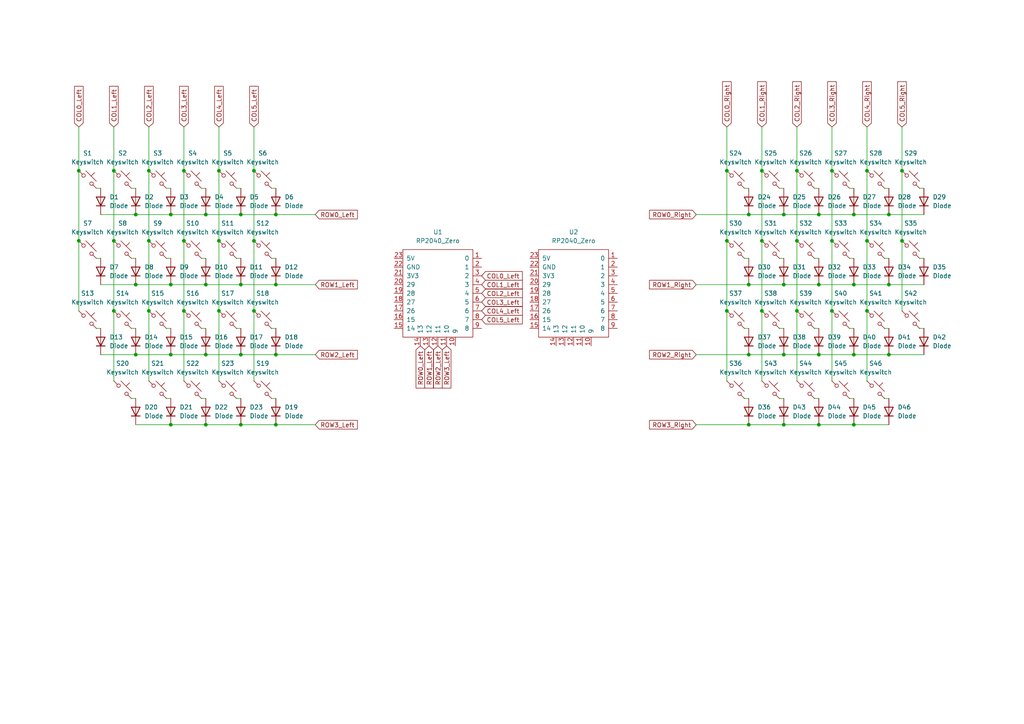
<source format=kicad_sch>
(kicad_sch (version 20230121) (generator eeschema)
  (paper "A4")
  (lib_symbols
    (symbol "ScottoKeebs:MCU_RP2040_Zero" (pin_names (offset 1.016))
      (property "Reference" "U" (at 0 15.24 0))
      (property "Value" "RP2040_Zero" (at 0 12.7 0))
      (symbol "MCU_RP2040_Zero_0_1"
        (rectangle (start -10.16 11.43) (end 10.16 -13.97))
      )
      (symbol "MCU_RP2040_Zero_1_1"
        (pin bidirectional line (at 12.7 8.89 180) (length 2.54) (name "0") (number "1"))
        (pin bidirectional line (at 5.08 -16.51 90) (length 2.54) (name "9") (number "10"))
        (pin bidirectional line (at 2.54 -16.51 90) (length 2.54) (name "10") (number "11"))
        (pin bidirectional line (at 0 -16.51 90) (length 2.54) (name "11") (number "12"))
        (pin bidirectional line (at -2.54 -16.51 90) (length 2.54) (name "12") (number "13"))
        (pin bidirectional line (at -5.08 -16.51 90) (length 2.54) (name "13") (number "14"))
        (pin bidirectional line (at -12.7 -11.43 0) (length 2.54) (name "14") (number "15"))
        (pin bidirectional line (at -12.7 -8.89 0) (length 2.54) (name "15") (number "16"))
        (pin bidirectional line (at -12.7 -6.35 0) (length 2.54) (name "26") (number "17"))
        (pin bidirectional line (at -12.7 -3.81 0) (length 2.54) (name "27") (number "18"))
        (pin bidirectional line (at -12.7 -1.27 0) (length 2.54) (name "28") (number "19"))
        (pin bidirectional line (at 12.7 6.35 180) (length 2.54) (name "1") (number "2"))
        (pin bidirectional line (at -12.7 1.27 0) (length 2.54) (name "29") (number "20"))
        (pin power_out line (at -12.7 3.81 0) (length 2.54) (name "3V3") (number "21"))
        (pin power_out line (at -12.7 6.35 0) (length 2.54) (name "GND") (number "22"))
        (pin power_out line (at -12.7 8.89 0) (length 2.54) (name "5V") (number "23"))
        (pin bidirectional line (at 12.7 3.81 180) (length 2.54) (name "2") (number "3"))
        (pin bidirectional line (at 12.7 1.27 180) (length 2.54) (name "3") (number "4"))
        (pin bidirectional line (at 12.7 -1.27 180) (length 2.54) (name "4") (number "5"))
        (pin bidirectional line (at 12.7 -3.81 180) (length 2.54) (name "5") (number "6"))
        (pin bidirectional line (at 12.7 -6.35 180) (length 2.54) (name "6") (number "7"))
        (pin bidirectional line (at 12.7 -8.89 180) (length 2.54) (name "7") (number "8"))
        (pin bidirectional line (at 12.7 -11.43 180) (length 2.54) (name "8") (number "9"))
      )
    )
    (symbol "ScottoKeebs:Placeholder_Diode" (pin_numbers hide) (pin_names hide)
      (property "Reference" "D" (at 0 2.54 0))
      (property "Value" "Diode" (at 0 -2.54 0))
      (symbol "Placeholder_Diode_0_1"
        (polyline (pts (xy -1.27 1.27) (xy -1.27 -1.27)) (stroke (width 0.254)))
        (polyline (pts (xy 1.27 0) (xy -1.27 0)))
        (polyline (pts (xy 1.27 1.27) (xy 1.27 -1.27) (xy -1.27 0) (xy 1.27 1.27)) (stroke (width 0.254)))
      )
      (symbol "Placeholder_Diode_1_1"
        (pin passive line (at -3.81 0 0) (length 2.54) (name "K") (number "1"))
        (pin passive line (at 3.81 0 180) (length 2.54) (name "A") (number "2"))
      )
    )
    (symbol "ScottoKeebs:Placeholder_Keyswitch" (pin_numbers hide) (pin_names (offset 1.016) hide)
      (property "Reference" "S" (at 3.048 1.016 0))
      (property "Value" "Keyswitch" (at 0 -3.81 0))
      (symbol "Placeholder_Keyswitch_0_1"
        (circle (center -1.1684 1.1684) (radius 0.508))
        (polyline (pts (xy -0.508 2.54) (xy 2.54 -0.508)))
        (polyline (pts (xy 1.016 1.016) (xy 2.032 2.032)))
        (polyline (pts (xy -2.54 2.54) (xy -1.524 1.524) (xy -1.524 1.524)))
        (polyline (pts (xy 1.524 -1.524) (xy 2.54 -2.54) (xy 2.54 -2.54) (xy 2.54 -2.54)))
        (circle (center 1.143 -1.1938) (radius 0.508))
        (pin passive line (at -2.54 2.54 0) (length 0) (name "1") (number "1"))
        (pin passive line (at 2.54 -2.54 180) (length 0) (name "2") (number "2"))
      )
    )
  )
  (junction (at 53.34 90.17))
  (junction (at 69.85 102.87))
  (junction (at 73.66 69.85))
  (junction (at 220.98 49.53))
  (junction (at 251.46 49.53))
  (junction (at 59.69 123.19))
  (junction (at 227.33 102.87))
  (junction (at 217.17 123.19))
  (junction (at 217.17 62.23))
  (junction (at 217.17 102.87))
  (junction (at 247.65 102.87))
  (junction (at 80.01 123.19))
  (junction (at 39.37 82.55))
  (junction (at 237.49 102.87))
  (junction (at 261.62 49.53))
  (junction (at 217.17 82.55))
  (junction (at 247.65 123.19))
  (junction (at 251.46 69.85))
  (junction (at 210.82 90.17))
  (junction (at 257.81 82.55))
  (junction (at 247.65 82.55))
  (junction (at 227.33 82.55))
  (junction (at 237.49 82.55))
  (junction (at 22.86 69.85))
  (junction (at 49.53 62.23))
  (junction (at 220.98 90.17))
  (junction (at 247.65 62.23))
  (junction (at 49.53 102.87))
  (junction (at 69.85 82.55))
  (junction (at 210.82 49.53))
  (junction (at 220.98 69.85))
  (junction (at 257.81 102.87))
  (junction (at 43.18 69.85))
  (junction (at 53.34 49.53))
  (junction (at 59.69 82.55))
  (junction (at 227.33 62.23))
  (junction (at 80.01 62.23))
  (junction (at 69.85 62.23))
  (junction (at 80.01 82.55))
  (junction (at 231.14 69.85))
  (junction (at 53.34 69.85))
  (junction (at 59.69 102.87))
  (junction (at 241.3 90.17))
  (junction (at 73.66 90.17))
  (junction (at 43.18 49.53))
  (junction (at 39.37 62.23))
  (junction (at 63.5 69.85))
  (junction (at 227.33 123.19))
  (junction (at 73.66 49.53))
  (junction (at 80.01 102.87))
  (junction (at 210.82 69.85))
  (junction (at 49.53 82.55))
  (junction (at 63.5 49.53))
  (junction (at 59.69 62.23))
  (junction (at 39.37 102.87))
  (junction (at 257.81 62.23))
  (junction (at 231.14 49.53))
  (junction (at 69.85 123.19))
  (junction (at 241.3 49.53))
  (junction (at 33.02 90.17))
  (junction (at 237.49 123.19))
  (junction (at 241.3 69.85))
  (junction (at 22.86 49.53))
  (junction (at 261.62 69.85))
  (junction (at 251.46 90.17))
  (junction (at 33.02 49.53))
  (junction (at 49.53 123.19))
  (junction (at 43.18 90.17))
  (junction (at 231.14 90.17))
  (junction (at 63.5 90.17))
  (junction (at 33.02 69.85))
  (junction (at 237.49 62.23))
  (wire (pts (xy 241.3 69.85) (xy 241.3 90.17)))
  (wire (pts (xy 201.93 82.55) (xy 217.17 82.55)))
  (wire (pts (xy 210.82 36.83) (xy 210.82 49.53)))
  (wire (pts (xy 257.81 102.87) (xy 267.97 102.87)))
  (wire (pts (xy 69.85 62.23) (xy 80.01 62.23)))
  (wire (pts (xy 53.34 90.17) (xy 53.34 110.49)))
  (wire (pts (xy 73.66 90.17) (xy 73.66 110.49)))
  (wire (pts (xy 237.49 95.25) (xy 236.22 95.25)))
  (wire (pts (xy 63.5 36.83) (xy 63.5 49.53)))
  (wire (pts (xy 231.14 69.85) (xy 231.14 90.17)))
  (wire (pts (xy 251.46 90.17) (xy 251.46 110.49)))
  (wire (pts (xy 251.46 49.53) (xy 251.46 69.85)))
  (wire (pts (xy 53.34 69.85) (xy 53.34 90.17)))
  (wire (pts (xy 80.01 123.19) (xy 91.44 123.19)))
  (wire (pts (xy 237.49 102.87) (xy 247.65 102.87)))
  (wire (pts (xy 217.17 115.57) (xy 215.9 115.57)))
  (wire (pts (xy 247.65 102.87) (xy 257.81 102.87)))
  (wire (pts (xy 201.93 102.87) (xy 217.17 102.87)))
  (wire (pts (xy 69.85 74.93) (xy 68.58 74.93)))
  (wire (pts (xy 69.85 123.19) (xy 80.01 123.19)))
  (wire (pts (xy 227.33 102.87) (xy 237.49 102.87)))
  (wire (pts (xy 201.93 123.19) (xy 217.17 123.19)))
  (wire (pts (xy 80.01 102.87) (xy 91.44 102.87)))
  (wire (pts (xy 53.34 36.83) (xy 53.34 49.53)))
  (wire (pts (xy 227.33 54.61) (xy 226.06 54.61)))
  (wire (pts (xy 33.02 49.53) (xy 33.02 69.85)))
  (wire (pts (xy 59.69 62.23) (xy 69.85 62.23)))
  (wire (pts (xy 73.66 49.53) (xy 73.66 69.85)))
  (wire (pts (xy 247.65 54.61) (xy 246.38 54.61)))
  (wire (pts (xy 22.86 36.83) (xy 22.86 49.53)))
  (wire (pts (xy 241.3 49.53) (xy 241.3 69.85)))
  (wire (pts (xy 69.85 102.87) (xy 80.01 102.87)))
  (wire (pts (xy 33.02 90.17) (xy 33.02 110.49)))
  (wire (pts (xy 49.53 95.25) (xy 48.26 95.25)))
  (wire (pts (xy 257.81 62.23) (xy 267.97 62.23)))
  (wire (pts (xy 227.33 82.55) (xy 237.49 82.55)))
  (wire (pts (xy 217.17 54.61) (xy 215.9 54.61)))
  (wire (pts (xy 217.17 123.19) (xy 227.33 123.19)))
  (wire (pts (xy 237.49 54.61) (xy 236.22 54.61)))
  (wire (pts (xy 59.69 54.61) (xy 58.42 54.61)))
  (wire (pts (xy 43.18 49.53) (xy 43.18 69.85)))
  (wire (pts (xy 227.33 95.25) (xy 226.06 95.25)))
  (wire (pts (xy 237.49 123.19) (xy 247.65 123.19)))
  (wire (pts (xy 59.69 123.19) (xy 49.53 123.19)))
  (wire (pts (xy 39.37 54.61) (xy 38.1 54.61)))
  (wire (pts (xy 241.3 36.83) (xy 241.3 49.53)))
  (wire (pts (xy 69.85 54.61) (xy 68.58 54.61)))
  (wire (pts (xy 247.65 62.23) (xy 257.81 62.23)))
  (wire (pts (xy 247.65 115.57) (xy 246.38 115.57)))
  (wire (pts (xy 29.21 82.55) (xy 39.37 82.55)))
  (wire (pts (xy 53.34 49.53) (xy 53.34 69.85)))
  (wire (pts (xy 43.18 69.85) (xy 43.18 90.17)))
  (wire (pts (xy 217.17 74.93) (xy 215.9 74.93)))
  (wire (pts (xy 220.98 90.17) (xy 220.98 110.49)))
  (wire (pts (xy 73.66 36.83) (xy 73.66 49.53)))
  (wire (pts (xy 267.97 74.93) (xy 266.7 74.93)))
  (wire (pts (xy 257.81 82.55) (xy 267.97 82.55)))
  (wire (pts (xy 43.18 36.83) (xy 43.18 49.53)))
  (wire (pts (xy 49.53 54.61) (xy 48.26 54.61)))
  (wire (pts (xy 231.14 49.53) (xy 231.14 69.85)))
  (wire (pts (xy 267.97 54.61) (xy 266.7 54.61)))
  (wire (pts (xy 39.37 102.87) (xy 49.53 102.87)))
  (wire (pts (xy 69.85 115.57) (xy 68.58 115.57)))
  (wire (pts (xy 80.01 82.55) (xy 91.44 82.55)))
  (wire (pts (xy 247.65 74.93) (xy 246.38 74.93)))
  (wire (pts (xy 69.85 123.19) (xy 59.69 123.19)))
  (wire (pts (xy 69.85 95.25) (xy 68.58 95.25)))
  (wire (pts (xy 237.49 74.93) (xy 236.22 74.93)))
  (wire (pts (xy 29.21 102.87) (xy 39.37 102.87)))
  (wire (pts (xy 220.98 69.85) (xy 220.98 90.17)))
  (wire (pts (xy 267.97 95.25) (xy 266.7 95.25)))
  (wire (pts (xy 241.3 90.17) (xy 241.3 110.49)))
  (wire (pts (xy 63.5 49.53) (xy 63.5 69.85)))
  (wire (pts (xy 33.02 36.83) (xy 33.02 49.53)))
  (wire (pts (xy 247.65 95.25) (xy 246.38 95.25)))
  (wire (pts (xy 237.49 62.23) (xy 247.65 62.23)))
  (wire (pts (xy 22.86 69.85) (xy 22.86 90.17)))
  (wire (pts (xy 237.49 82.55) (xy 247.65 82.55)))
  (wire (pts (xy 69.85 82.55) (xy 80.01 82.55)))
  (wire (pts (xy 49.53 82.55) (xy 59.69 82.55)))
  (wire (pts (xy 39.37 82.55) (xy 49.53 82.55)))
  (wire (pts (xy 247.65 82.55) (xy 257.81 82.55)))
  (wire (pts (xy 33.02 69.85) (xy 33.02 90.17)))
  (wire (pts (xy 49.53 74.93) (xy 48.26 74.93)))
  (wire (pts (xy 39.37 62.23) (xy 49.53 62.23)))
  (wire (pts (xy 251.46 36.83) (xy 251.46 49.53)))
  (wire (pts (xy 217.17 82.55) (xy 227.33 82.55)))
  (wire (pts (xy 59.69 102.87) (xy 69.85 102.87)))
  (wire (pts (xy 29.21 62.23) (xy 39.37 62.23)))
  (wire (pts (xy 201.93 62.23) (xy 217.17 62.23)))
  (wire (pts (xy 63.5 69.85) (xy 63.5 90.17)))
  (wire (pts (xy 73.66 69.85) (xy 73.66 90.17)))
  (wire (pts (xy 231.14 36.83) (xy 231.14 49.53)))
  (wire (pts (xy 251.46 69.85) (xy 251.46 90.17)))
  (wire (pts (xy 210.82 49.53) (xy 210.82 69.85)))
  (wire (pts (xy 49.53 115.57) (xy 48.26 115.57)))
  (wire (pts (xy 43.18 90.17) (xy 43.18 110.49)))
  (wire (pts (xy 227.33 123.19) (xy 237.49 123.19)))
  (wire (pts (xy 257.81 115.57) (xy 256.54 115.57)))
  (wire (pts (xy 59.69 115.57) (xy 58.42 115.57)))
  (wire (pts (xy 49.53 102.87) (xy 59.69 102.87)))
  (wire (pts (xy 210.82 90.17) (xy 210.82 110.49)))
  (wire (pts (xy 80.01 74.93) (xy 78.74 74.93)))
  (wire (pts (xy 261.62 36.83) (xy 261.62 49.53)))
  (wire (pts (xy 49.53 123.19) (xy 39.37 123.19)))
  (wire (pts (xy 49.53 62.23) (xy 59.69 62.23)))
  (wire (pts (xy 63.5 90.17) (xy 63.5 110.49)))
  (wire (pts (xy 261.62 49.53) (xy 261.62 69.85)))
  (wire (pts (xy 231.14 90.17) (xy 231.14 110.49)))
  (wire (pts (xy 261.62 69.85) (xy 261.62 90.17)))
  (wire (pts (xy 29.21 95.25) (xy 27.94 95.25)))
  (wire (pts (xy 39.37 115.57) (xy 38.1 115.57)))
  (wire (pts (xy 220.98 49.53) (xy 220.98 69.85)))
  (wire (pts (xy 227.33 62.23) (xy 237.49 62.23)))
  (wire (pts (xy 217.17 95.25) (xy 215.9 95.25)))
  (wire (pts (xy 257.81 54.61) (xy 256.54 54.61)))
  (wire (pts (xy 227.33 74.93) (xy 226.06 74.93)))
  (wire (pts (xy 59.69 82.55) (xy 69.85 82.55)))
  (wire (pts (xy 59.69 74.93) (xy 58.42 74.93)))
  (wire (pts (xy 227.33 115.57) (xy 226.06 115.57)))
  (wire (pts (xy 217.17 62.23) (xy 227.33 62.23)))
  (wire (pts (xy 80.01 95.25) (xy 78.74 95.25)))
  (wire (pts (xy 220.98 36.83) (xy 220.98 49.53)))
  (wire (pts (xy 210.82 69.85) (xy 210.82 90.17)))
  (wire (pts (xy 39.37 95.25) (xy 38.1 95.25)))
  (wire (pts (xy 80.01 115.57) (xy 78.74 115.57)))
  (wire (pts (xy 39.37 74.93) (xy 38.1 74.93)))
  (wire (pts (xy 29.21 54.61) (xy 27.94 54.61)))
  (wire (pts (xy 22.86 49.53) (xy 22.86 69.85)))
  (wire (pts (xy 80.01 54.61) (xy 78.74 54.61)))
  (wire (pts (xy 257.81 95.25) (xy 256.54 95.25)))
  (wire (pts (xy 80.01 62.23) (xy 91.44 62.23)))
  (wire (pts (xy 247.65 123.19) (xy 257.81 123.19)))
  (wire (pts (xy 29.21 74.93) (xy 27.94 74.93)))
  (wire (pts (xy 237.49 115.57) (xy 236.22 115.57)))
  (wire (pts (xy 257.81 74.93) (xy 256.54 74.93)))
  (wire (pts (xy 59.69 95.25) (xy 58.42 95.25)))
  (wire (pts (xy 217.17 102.87) (xy 227.33 102.87)))
  (global_label "ROW0_Right" (shape input) (at 201.93 62.23 180) (property "Intersheetrefs" "${INTERSHEET_REFS}" (effects hide)))
  (global_label "COL3_Left" (shape input) (at 53.34 36.83 90) (property "Intersheetrefs" "${INTERSHEET_REFS}" (effects hide)))
  (global_label "ROW0_Left" (shape input) (at 121.92 100.33 270) (property "Intersheetrefs" "${INTERSHEET_REFS}" (effects hide)))
  (global_label "COL4_Left" (shape input) (at 63.5 36.83 90) (property "Intersheetrefs" "${INTERSHEET_REFS}" (effects hide)))
  (global_label "COL2_Right" (shape input) (at 231.14 36.83 90) (property "Intersheetrefs" "${INTERSHEET_REFS}" (effects hide)))
  (global_label "COL0_Left" (shape input) (at 22.86 36.83 90) (property "Intersheetrefs" "${INTERSHEET_REFS}" (effects hide)))
  (global_label "COL2_Left" (shape input) (at 43.18 36.83 90) (property "Intersheetrefs" "${INTERSHEET_REFS}" (effects hide)))
  (global_label "COL5_Left" (shape input) (at 73.66 36.83 90) (property "Intersheetrefs" "${INTERSHEET_REFS}" (effects hide)))
  (global_label "COL5_Left" (shape input) (at 139.7 92.71 0) (property "Intersheetrefs" "${INTERSHEET_REFS}" (effects hide)))
  (global_label "COL3_Right" (shape input) (at 241.3 36.83 90) (property "Intersheetrefs" "${INTERSHEET_REFS}" (effects hide)))
  (global_label "COL1_Left" (shape input) (at 33.02 36.83 90) (property "Intersheetrefs" "${INTERSHEET_REFS}" (effects hide)))
  (global_label "ROW1_Right" (shape input) (at 201.93 82.55 180) (property "Intersheetrefs" "${INTERSHEET_REFS}" (effects hide)))
  (global_label "COL1_Right" (shape input) (at 220.98 36.83 90) (property "Intersheetrefs" "${INTERSHEET_REFS}" (effects hide)))
  (global_label "ROW0_Left" (shape input) (at 91.44 62.23 0) (property "Intersheetrefs" "${INTERSHEET_REFS}" (effects hide)))
  (global_label "ROW2_Left" (shape input) (at 127 100.33 270) (property "Intersheetrefs" "${INTERSHEET_REFS}" (effects hide)))
  (global_label "ROW3_Right" (shape input) (at 201.93 123.19 180) (property "Intersheetrefs" "${INTERSHEET_REFS}" (effects hide)))
  (global_label "ROW2_Left" (shape input) (at 91.44 102.87 0) (property "Intersheetrefs" "${INTERSHEET_REFS}" (effects hide)))
  (global_label "ROW3_Left" (shape input) (at 91.44 123.19 0) (property "Intersheetrefs" "${INTERSHEET_REFS}" (effects hide)))
  (global_label "ROW3_Left" (shape input) (at 129.54 100.33 270) (property "Intersheetrefs" "${INTERSHEET_REFS}" (effects hide)))
  (global_label "COL3_Left" (shape input) (at 139.7 87.63 0) (property "Intersheetrefs" "${INTERSHEET_REFS}" (effects hide)))
  (global_label "COL0_Left" (shape input) (at 139.7 80.01 0) (property "Intersheetrefs" "${INTERSHEET_REFS}" (effects hide)))
  (global_label "ROW2_Right" (shape input) (at 201.93 102.87 180) (property "Intersheetrefs" "${INTERSHEET_REFS}" (effects hide)))
  (global_label "COL4_Left" (shape input) (at 139.7 90.17 0) (property "Intersheetrefs" "${INTERSHEET_REFS}" (effects hide)))
  (global_label "ROW1_Left" (shape input) (at 91.44 82.55 0) (property "Intersheetrefs" "${INTERSHEET_REFS}" (effects hide)))
  (global_label "COL5_Right" (shape input) (at 261.62 36.83 90) (property "Intersheetrefs" "${INTERSHEET_REFS}" (effects hide)))
  (global_label "ROW1_Left" (shape input) (at 124.46 100.33 270) (property "Intersheetrefs" "${INTERSHEET_REFS}" (effects hide)))
  (global_label "COL0_Right" (shape input) (at 210.82 36.83 90) (property "Intersheetrefs" "${INTERSHEET_REFS}" (effects hide)))
  (global_label "COL1_Left" (shape input) (at 139.7 82.55 0) (property "Intersheetrefs" "${INTERSHEET_REFS}" (effects hide)))
  (global_label "COL2_Left" (shape input) (at 139.7 85.09 0) (property "Intersheetrefs" "${INTERSHEET_REFS}" (effects hide)))
  (global_label "COL4_Right" (shape input) (at 251.46 36.83 90) (property "Intersheetrefs" "${INTERSHEET_REFS}" (effects hide)))
  (symbol (lib_id "ScottoKeebs:Placeholder_Keyswitch") (at 76.2 52.07 0) (unit 1)
    (property "Reference" "S6" (at 76.2 44.45 0))
    (property "Value" "Keyswitch" (at 76.2 46.99 0))
  )
  (symbol (lib_id "ScottoKeebs:Placeholder_Diode") (at 247.65 78.74 90) (unit 1)
    (property "Reference" "D33" (at 250.19 77.47 90) (effects (justify right)))
    (property "Value" "Diode" (at 250.19 80.01 90) (effects (justify right)))
    (property "Sim.Device" "D" (effects hide))
    (property "Sim.Pins" "1=K 2=A" (effects hide))
  )
  (symbol (lib_id "ScottoKeebs:Placeholder_Keyswitch") (at 243.84 92.71 0) (unit 1)
    (property "Reference" "S40" (at 243.84 85.09 0))
    (property "Value" "Keyswitch" (at 243.84 87.63 0))
  )
  (symbol (lib_id "ScottoKeebs:Placeholder_Diode") (at 69.85 78.74 90) (unit 1)
    (property "Reference" "D11" (at 72.39 77.47 90) (effects (justify right)))
    (property "Value" "Diode" (at 72.39 80.01 90) (effects (justify right)))
    (property "Sim.Device" "D" (effects hide))
    (property "Sim.Pins" "1=K 2=A" (effects hide))
  )
  (symbol (lib_id "ScottoKeebs:Placeholder_Diode") (at 267.97 99.06 90) (unit 1)
    (property "Reference" "D42" (at 270.51 97.79 90) (effects (justify right)))
    (property "Value" "Diode" (at 270.51 100.33 90) (effects (justify right)))
    (property "Sim.Device" "D" (effects hide))
    (property "Sim.Pins" "1=K 2=A" (effects hide))
  )
  (symbol (lib_id "ScottoKeebs:Placeholder_Keyswitch") (at 66.04 113.03 0) (unit 1)
    (property "Reference" "S23" (at 66.04 105.41 0))
    (property "Value" "Keyswitch" (at 66.04 107.95 0))
  )
  (symbol (lib_id "ScottoKeebs:Placeholder_Diode") (at 247.65 119.38 90) (unit 1)
    (property "Reference" "D45" (at 250.19 118.11 90) (effects (justify right)))
    (property "Value" "Diode" (at 250.19 120.65 90) (effects (justify right)))
    (property "Sim.Device" "D" (effects hide))
    (property "Sim.Pins" "1=K 2=A" (effects hide))
  )
  (symbol (lib_id "ScottoKeebs:Placeholder_Keyswitch") (at 213.36 72.39 0) (unit 1)
    (property "Reference" "S30" (at 213.36 64.77 0))
    (property "Value" "Keyswitch" (at 213.36 67.31 0))
  )
  (symbol (lib_id "ScottoKeebs:Placeholder_Diode") (at 29.21 58.42 90) (unit 1)
    (property "Reference" "D1" (at 31.75 57.15 90) (effects (justify right)))
    (property "Value" "Diode" (at 31.75 59.69 90) (effects (justify right)))
    (property "Sim.Device" "D" (effects hide))
    (property "Sim.Pins" "1=K 2=A" (effects hide))
  )
  (symbol (lib_id "ScottoKeebs:Placeholder_Keyswitch") (at 223.52 92.71 0) (unit 1)
    (property "Reference" "S38" (at 223.52 85.09 0))
    (property "Value" "Keyswitch" (at 223.52 87.63 0))
  )
  (symbol (lib_id "ScottoKeebs:Placeholder_Diode") (at 69.85 58.42 90) (unit 1)
    (property "Reference" "D5" (at 72.39 57.15 90) (effects (justify right)))
    (property "Value" "Diode" (at 72.39 59.69 90) (effects (justify right)))
    (property "Sim.Device" "D" (effects hide))
    (property "Sim.Pins" "1=K 2=A" (effects hide))
  )
  (symbol (lib_id "ScottoKeebs:Placeholder_Keyswitch") (at 223.52 113.03 0) (unit 1)
    (property "Reference" "S43" (at 223.52 105.41 0))
    (property "Value" "Keyswitch" (at 223.52 107.95 0))
  )
  (symbol (lib_id "ScottoKeebs:Placeholder_Diode") (at 257.81 99.06 90) (unit 1)
    (property "Reference" "D41" (at 260.35 97.79 90) (effects (justify right)))
    (property "Value" "Diode" (at 260.35 100.33 90) (effects (justify right)))
    (property "Sim.Device" "D" (effects hide))
    (property "Sim.Pins" "1=K 2=A" (effects hide))
  )
  (symbol (lib_id "ScottoKeebs:Placeholder_Keyswitch") (at 223.52 72.39 0) (unit 1)
    (property "Reference" "S31" (at 223.52 64.77 0))
    (property "Value" "Keyswitch" (at 223.52 67.31 0))
  )
  (symbol (lib_id "ScottoKeebs:Placeholder_Diode") (at 80.01 99.06 90) (unit 1)
    (property "Reference" "D18" (at 82.55 97.79 90) (effects (justify right)))
    (property "Value" "Diode" (at 82.55 100.33 90) (effects (justify right)))
    (property "Sim.Device" "D" (effects hide))
    (property "Sim.Pins" "1=K 2=A" (effects hide))
  )
  (symbol (lib_id "ScottoKeebs:Placeholder_Keyswitch") (at 55.88 92.71 0) (unit 1)
    (property "Reference" "S16" (at 55.88 85.09 0))
    (property "Value" "Keyswitch" (at 55.88 87.63 0))
  )
  (symbol (lib_id "ScottoKeebs:Placeholder_Keyswitch") (at 45.72 52.07 0) (unit 1)
    (property "Reference" "S3" (at 45.72 44.45 0))
    (property "Value" "Keyswitch" (at 45.72 46.99 0))
  )
  (symbol (lib_id "ScottoKeebs:Placeholder_Keyswitch") (at 55.88 72.39 0) (unit 1)
    (property "Reference" "S10" (at 55.88 64.77 0))
    (property "Value" "Keyswitch" (at 55.88 67.31 0))
  )
  (symbol (lib_id "ScottoKeebs:Placeholder_Keyswitch") (at 35.56 113.03 0) (unit 1)
    (property "Reference" "S20" (at 35.56 105.41 0))
    (property "Value" "Keyswitch" (at 35.56 107.95 0))
  )
  (symbol (lib_id "ScottoKeebs:Placeholder_Keyswitch") (at 243.84 52.07 0) (unit 1)
    (property "Reference" "S27" (at 243.84 44.45 0))
    (property "Value" "Keyswitch" (at 243.84 46.99 0))
  )
  (symbol (lib_id "ScottoKeebs:Placeholder_Keyswitch") (at 66.04 52.07 0) (unit 1)
    (property "Reference" "S5" (at 66.04 44.45 0))
    (property "Value" "Keyswitch" (at 66.04 46.99 0))
  )
  (symbol (lib_id "ScottoKeebs:Placeholder_Diode") (at 49.53 99.06 90) (unit 1)
    (property "Reference" "D15" (at 52.07 97.79 90) (effects (justify right)))
    (property "Value" "Diode" (at 52.07 100.33 90) (effects (justify right)))
    (property "Sim.Device" "D" (effects hide))
    (property "Sim.Pins" "1=K 2=A" (effects hide))
  )
  (symbol (lib_id "ScottoKeebs:Placeholder_Keyswitch") (at 76.2 72.39 0) (unit 1)
    (property "Reference" "S12" (at 76.2 64.77 0))
    (property "Value" "Keyswitch" (at 76.2 67.31 0))
  )
  (symbol (lib_id "ScottoKeebs:Placeholder_Keyswitch") (at 264.16 92.71 0) (unit 1)
    (property "Reference" "S42" (at 264.16 85.09 0))
    (property "Value" "Keyswitch" (at 264.16 87.63 0))
  )
  (symbol (lib_id "ScottoKeebs:Placeholder_Diode") (at 257.81 119.38 90) (unit 1)
    (property "Reference" "D46" (at 260.35 118.11 90) (effects (justify right)))
    (property "Value" "Diode" (at 260.35 120.65 90) (effects (justify right)))
    (property "Sim.Device" "D" (effects hide))
    (property "Sim.Pins" "1=K 2=A" (effects hide))
  )
  (symbol (lib_id "ScottoKeebs:Placeholder_Diode") (at 59.69 58.42 90) (unit 1)
    (property "Reference" "D4" (at 62.23 57.15 90) (effects (justify right)))
    (property "Value" "Diode" (at 62.23 59.69 90) (effects (justify right)))
    (property "Sim.Device" "D" (effects hide))
    (property "Sim.Pins" "1=K 2=A" (effects hide))
  )
  (symbol (lib_id "ScottoKeebs:Placeholder_Keyswitch") (at 25.4 52.07 0) (unit 1)
    (property "Reference" "S1" (at 25.4 44.45 0))
    (property "Value" "Keyswitch" (at 25.4 46.99 0))
  )
  (symbol (lib_id "ScottoKeebs:Placeholder_Keyswitch") (at 243.84 72.39 0) (unit 1)
    (property "Reference" "S33" (at 243.84 64.77 0))
    (property "Value" "Keyswitch" (at 243.84 67.31 0))
  )
  (symbol (lib_id "ScottoKeebs:Placeholder_Keyswitch") (at 233.68 52.07 0) (unit 1)
    (property "Reference" "S26" (at 233.68 44.45 0))
    (property "Value" "Keyswitch" (at 233.68 46.99 0))
  )
  (symbol (lib_id "ScottoKeebs:Placeholder_Keyswitch") (at 213.36 52.07 0) (unit 1)
    (property "Reference" "S24" (at 213.36 44.45 0))
    (property "Value" "Keyswitch" (at 213.36 46.99 0))
  )
  (symbol (lib_id "ScottoKeebs:Placeholder_Diode") (at 69.85 99.06 90) (unit 1)
    (property "Reference" "D17" (at 72.39 97.79 90) (effects (justify right)))
    (property "Value" "Diode" (at 72.39 100.33 90) (effects (justify right)))
    (property "Sim.Device" "D" (effects hide))
    (property "Sim.Pins" "1=K 2=A" (effects hide))
  )
  (symbol (lib_id "ScottoKeebs:Placeholder_Diode") (at 80.01 119.38 90) (unit 1)
    (property "Reference" "D19" (at 82.55 118.11 90) (effects (justify right)))
    (property "Value" "Diode" (at 82.55 120.65 90) (effects (justify right)))
    (property "Sim.Device" "D" (effects hide))
    (property "Sim.Pins" "1=K 2=A" (effects hide))
  )
  (symbol (lib_id "ScottoKeebs:Placeholder_Diode") (at 267.97 78.74 90) (unit 1)
    (property "Reference" "D35" (at 270.51 77.47 90) (effects (justify right)))
    (property "Value" "Diode" (at 270.51 80.01 90) (effects (justify right)))
    (property "Sim.Device" "D" (effects hide))
    (property "Sim.Pins" "1=K 2=A" (effects hide))
  )
  (symbol (lib_id "ScottoKeebs:Placeholder_Diode") (at 49.53 119.38 90) (unit 1)
    (property "Reference" "D21" (at 52.07 118.11 90) (effects (justify right)))
    (property "Value" "Diode" (at 52.07 120.65 90) (effects (justify right)))
    (property "Sim.Device" "D" (effects hide))
    (property "Sim.Pins" "1=K 2=A" (effects hide))
  )
  (symbol (lib_id "ScottoKeebs:Placeholder_Keyswitch") (at 254 92.71 0) (unit 1)
    (property "Reference" "S41" (at 254 85.09 0))
    (property "Value" "Keyswitch" (at 254 87.63 0))
  )
  (symbol (lib_id "ScottoKeebs:Placeholder_Keyswitch") (at 45.72 72.39 0) (unit 1)
    (property "Reference" "S9" (at 45.72 64.77 0))
    (property "Value" "Keyswitch" (at 45.72 67.31 0))
  )
  (symbol (lib_id "ScottoKeebs:Placeholder_Diode") (at 80.01 78.74 90) (unit 1)
    (property "Reference" "D12" (at 82.55 77.47 90) (effects (justify right)))
    (property "Value" "Diode" (at 82.55 80.01 90) (effects (justify right)))
    (property "Sim.Device" "D" (effects hide))
    (property "Sim.Pins" "1=K 2=A" (effects hide))
  )
  (symbol (lib_id "ScottoKeebs:Placeholder_Keyswitch") (at 76.2 92.71 0) (unit 1)
    (property "Reference" "S18" (at 76.2 85.09 0))
    (property "Value" "Keyswitch" (at 76.2 87.63 0))
  )
  (symbol (lib_id "ScottoKeebs:Placeholder_Keyswitch") (at 264.16 72.39 0) (unit 1)
    (property "Reference" "S35" (at 264.16 64.77 0))
    (property "Value" "Keyswitch" (at 264.16 67.31 0))
  )
  (symbol (lib_id "ScottoKeebs:Placeholder_Keyswitch") (at 233.68 113.03 0) (unit 1)
    (property "Reference" "S44" (at 233.68 105.41 0))
    (property "Value" "Keyswitch" (at 233.68 107.95 0))
  )
  (symbol (lib_id "ScottoKeebs:Placeholder_Diode") (at 247.65 58.42 90) (unit 1)
    (property "Reference" "D27" (at 250.19 57.15 90) (effects (justify right)))
    (property "Value" "Diode" (at 250.19 59.69 90) (effects (justify right)))
    (property "Sim.Device" "D" (effects hide))
    (property "Sim.Pins" "1=K 2=A" (effects hide))
  )
  (symbol (lib_id "ScottoKeebs:Placeholder_Keyswitch") (at 25.4 92.71 0) (unit 1)
    (property "Reference" "S13" (at 25.4 85.09 0))
    (property "Value" "Keyswitch" (at 25.4 87.63 0))
  )
  (symbol (lib_id "ScottoKeebs:Placeholder_Diode") (at 227.33 58.42 90) (unit 1)
    (property "Reference" "D25" (at 229.87 57.15 90) (effects (justify right)))
    (property "Value" "Diode" (at 229.87 59.69 90) (effects (justify right)))
    (property "Sim.Device" "D" (effects hide))
    (property "Sim.Pins" "1=K 2=A" (effects hide))
  )
  (symbol (lib_id "ScottoKeebs:Placeholder_Diode") (at 49.53 58.42 90) (unit 1)
    (property "Reference" "D3" (at 52.07 57.15 90) (effects (justify right)))
    (property "Value" "Diode" (at 52.07 59.69 90) (effects (justify right)))
    (property "Sim.Device" "D" (effects hide))
    (property "Sim.Pins" "1=K 2=A" (effects hide))
  )
  (symbol (lib_id "ScottoKeebs:Placeholder_Diode") (at 29.21 78.74 90) (unit 1)
    (property "Reference" "D7" (at 31.75 77.47 90) (effects (justify right)))
    (property "Value" "Diode" (at 31.75 80.01 90) (effects (justify right)))
    (property "Sim.Device" "D" (effects hide))
    (property "Sim.Pins" "1=K 2=A" (effects hide))
  )
  (symbol (lib_id "ScottoKeebs:Placeholder_Diode") (at 39.37 78.74 90) (unit 1)
    (property "Reference" "D8" (at 41.91 77.47 90) (effects (justify right)))
    (property "Value" "Diode" (at 41.91 80.01 90) (effects (justify right)))
    (property "Sim.Device" "D" (effects hide))
    (property "Sim.Pins" "1=K 2=A" (effects hide))
  )
  (symbol (lib_id "ScottoKeebs:Placeholder_Diode") (at 247.65 99.06 90) (unit 1)
    (property "Reference" "D40" (at 250.19 97.79 90) (effects (justify right)))
    (property "Value" "Diode" (at 250.19 100.33 90) (effects (justify right)))
    (property "Sim.Device" "D" (effects hide))
    (property "Sim.Pins" "1=K 2=A" (effects hide))
  )
  (symbol (lib_id "ScottoKeebs:MCU_RP2040_Zero") (at 166.37 83.82 0) (unit 1)
    (property "Reference" "U2" (at 166.37 67.31 0))
    (property "Value" "RP2040_Zero" (at 166.37 69.85 0))
    (property "Footprint" "ScottoKeebs_MCU:RP2040_Zero" (effects hide))
  )
  (symbol (lib_id "ScottoKeebs:Placeholder_Diode") (at 237.49 78.74 90) (unit 1)
    (property "Reference" "D32" (at 240.03 77.47 90) (effects (justify right)))
    (property "Value" "Diode" (at 240.03 80.01 90) (effects (justify right)))
    (property "Sim.Device" "D" (effects hide))
    (property "Sim.Pins" "1=K 2=A" (effects hide))
  )
  (symbol (lib_id "ScottoKeebs:Placeholder_Diode") (at 227.33 119.38 90) (unit 1)
    (property "Reference" "D43" (at 229.87 118.11 90) (effects (justify right)))
    (property "Value" "Diode" (at 229.87 120.65 90) (effects (justify right)))
    (property "Sim.Device" "D" (effects hide))
    (property "Sim.Pins" "1=K 2=A" (effects hide))
  )
  (symbol (lib_id "ScottoKeebs:Placeholder_Diode") (at 237.49 119.38 90) (unit 1)
    (property "Reference" "D44" (at 240.03 118.11 90) (effects (justify right)))
    (property "Value" "Diode" (at 240.03 120.65 90) (effects (justify right)))
    (property "Sim.Device" "D" (effects hide))
    (property "Sim.Pins" "1=K 2=A" (effects hide))
  )
  (symbol (lib_id "ScottoKeebs:Placeholder_Diode") (at 257.81 78.74 90) (unit 1)
    (property "Reference" "D34" (at 260.35 77.47 90) (effects (justify right)))
    (property "Value" "Diode" (at 260.35 80.01 90) (effects (justify right)))
    (property "Sim.Device" "D" (effects hide))
    (property "Sim.Pins" "1=K 2=A" (effects hide))
  )
  (symbol (lib_id "ScottoKeebs:Placeholder_Diode") (at 39.37 99.06 90) (unit 1)
    (property "Reference" "D14" (at 41.91 97.79 90) (effects (justify right)))
    (property "Value" "Diode" (at 41.91 100.33 90) (effects (justify right)))
    (property "Sim.Device" "D" (effects hide))
    (property "Sim.Pins" "1=K 2=A" (effects hide))
  )
  (symbol (lib_id "ScottoKeebs:Placeholder_Keyswitch") (at 223.52 52.07 0) (unit 1)
    (property "Reference" "S25" (at 223.52 44.45 0))
    (property "Value" "Keyswitch" (at 223.52 46.99 0))
  )
  (symbol (lib_id "ScottoKeebs:MCU_RP2040_Zero") (at 127 83.82 0) (unit 1)
    (property "Reference" "U1" (at 127 67.31 0))
    (property "Value" "RP2040_Zero" (at 127 69.85 0))
    (property "Footprint" "ScottoKeebs_MCU:RP2040_Zero" (effects hide))
  )
  (symbol (lib_id "ScottoKeebs:Placeholder_Diode") (at 227.33 99.06 90) (unit 1)
    (property "Reference" "D38" (at 229.87 97.79 90) (effects (justify right)))
    (property "Value" "Diode" (at 229.87 100.33 90) (effects (justify right)))
    (property "Sim.Device" "D" (effects hide))
    (property "Sim.Pins" "1=K 2=A" (effects hide))
  )
  (symbol (lib_id "ScottoKeebs:Placeholder_Keyswitch") (at 264.16 52.07 0) (unit 1)
    (property "Reference" "S29" (at 264.16 44.45 0))
    (property "Value" "Keyswitch" (at 264.16 46.99 0))
  )
  (symbol (lib_id "ScottoKeebs:Placeholder_Diode") (at 267.97 58.42 90) (unit 1)
    (property "Reference" "D29" (at 270.51 57.15 90) (effects (justify right)))
    (property "Value" "Diode" (at 270.51 59.69 90) (effects (justify right)))
    (property "Sim.Device" "D" (effects hide))
    (property "Sim.Pins" "1=K 2=A" (effects hide))
  )
  (symbol (lib_id "ScottoKeebs:Placeholder_Keyswitch") (at 254 52.07 0) (unit 1)
    (property "Reference" "S28" (at 254 44.45 0))
    (property "Value" "Keyswitch" (at 254 46.99 0))
  )
  (symbol (lib_id "ScottoKeebs:Placeholder_Keyswitch") (at 35.56 92.71 0) (unit 1)
    (property "Reference" "S14" (at 35.56 85.09 0))
    (property "Value" "Keyswitch" (at 35.56 87.63 0))
  )
  (symbol (lib_id "ScottoKeebs:Placeholder_Keyswitch") (at 66.04 92.71 0) (unit 1)
    (property "Reference" "S17" (at 66.04 85.09 0))
    (property "Value" "Keyswitch" (at 66.04 87.63 0))
  )
  (symbol (lib_id "ScottoKeebs:Placeholder_Diode") (at 39.37 58.42 90) (unit 1)
    (property "Reference" "D2" (at 41.91 57.15 90) (effects (justify right)))
    (property "Value" "Diode" (at 41.91 59.69 90) (effects (justify right)))
    (property "Sim.Device" "D" (effects hide))
    (property "Sim.Pins" "1=K 2=A" (effects hide))
  )
  (symbol (lib_id "ScottoKeebs:Placeholder_Diode") (at 257.81 58.42 90) (unit 1)
    (property "Reference" "D28" (at 260.35 57.15 90) (effects (justify right)))
    (property "Value" "Diode" (at 260.35 59.69 90) (effects (justify right)))
    (property "Sim.Device" "D" (effects hide))
    (property "Sim.Pins" "1=K 2=A" (effects hide))
  )
  (symbol (lib_id "ScottoKeebs:Placeholder_Keyswitch") (at 254 113.03 0) (unit 1)
    (property "Reference" "S46" (at 254 105.41 0))
    (property "Value" "Keyswitch" (at 254 107.95 0))
  )
  (symbol (lib_id "ScottoKeebs:Placeholder_Keyswitch") (at 213.36 113.03 0) (unit 1)
    (property "Reference" "S36" (at 213.36 105.41 0))
    (property "Value" "Keyswitch" (at 213.36 107.95 0))
  )
  (symbol (lib_id "ScottoKeebs:Placeholder_Keyswitch") (at 45.72 92.71 0) (unit 1)
    (property "Reference" "S15" (at 45.72 85.09 0))
    (property "Value" "Keyswitch" (at 45.72 87.63 0))
  )
  (symbol (lib_id "ScottoKeebs:Placeholder_Keyswitch") (at 213.36 92.71 0) (unit 1)
    (property "Reference" "S37" (at 213.36 85.09 0))
    (property "Value" "Keyswitch" (at 213.36 87.63 0))
  )
  (symbol (lib_id "ScottoKeebs:Placeholder_Keyswitch") (at 55.88 113.03 0) (unit 1)
    (property "Reference" "S22" (at 55.88 105.41 0))
    (property "Value" "Keyswitch" (at 55.88 107.95 0))
  )
  (symbol (lib_id "ScottoKeebs:Placeholder_Diode") (at 39.37 119.38 90) (unit 1)
    (property "Reference" "D20" (at 41.91 118.11 90) (effects (justify right)))
    (property "Value" "Diode" (at 41.91 120.65 90) (effects (justify right)))
    (property "Sim.Device" "D" (effects hide))
    (property "Sim.Pins" "1=K 2=A" (effects hide))
  )
  (symbol (lib_id "ScottoKeebs:Placeholder_Diode") (at 29.21 99.06 90) (unit 1)
    (property "Reference" "D13" (at 31.75 97.79 90) (effects (justify right)))
    (property "Value" "Diode" (at 31.75 100.33 90) (effects (justify right)))
    (property "Sim.Device" "D" (effects hide))
    (property "Sim.Pins" "1=K 2=A" (effects hide))
  )
  (symbol (lib_id "ScottoKeebs:Placeholder_Keyswitch") (at 254 72.39 0) (unit 1)
    (property "Reference" "S34" (at 254 64.77 0))
    (property "Value" "Keyswitch" (at 254 67.31 0))
  )
  (symbol (lib_id "ScottoKeebs:Placeholder_Diode") (at 69.85 119.38 90) (unit 1)
    (property "Reference" "D23" (at 72.39 118.11 90) (effects (justify right)))
    (property "Value" "Diode" (at 72.39 120.65 90) (effects (justify right)))
    (property "Sim.Device" "D" (effects hide))
    (property "Sim.Pins" "1=K 2=A" (effects hide))
  )
  (symbol (lib_id "ScottoKeebs:Placeholder_Keyswitch") (at 233.68 92.71 0) (unit 1)
    (property "Reference" "S39" (at 233.68 85.09 0))
    (property "Value" "Keyswitch" (at 233.68 87.63 0))
  )
  (symbol (lib_id "ScottoKeebs:Placeholder_Diode") (at 59.69 99.06 90) (unit 1)
    (property "Reference" "D16" (at 62.23 97.79 90) (effects (justify right)))
    (property "Value" "Diode" (at 62.23 100.33 90) (effects (justify right)))
    (property "Sim.Device" "D" (effects hide))
    (property "Sim.Pins" "1=K 2=A" (effects hide))
  )
  (symbol (lib_id "ScottoKeebs:Placeholder_Diode") (at 59.69 119.38 90) (unit 1)
    (property "Reference" "D22" (at 62.23 118.11 90) (effects (justify right)))
    (property "Value" "Diode" (at 62.23 120.65 90) (effects (justify right)))
    (property "Sim.Device" "D" (effects hide))
    (property "Sim.Pins" "1=K 2=A" (effects hide))
  )
  (symbol (lib_id "ScottoKeebs:Placeholder_Keyswitch") (at 66.04 72.39 0) (unit 1)
    (property "Reference" "S11" (at 66.04 64.77 0))
    (property "Value" "Keyswitch" (at 66.04 67.31 0))
  )
  (symbol (lib_id "ScottoKeebs:Placeholder_Diode") (at 237.49 58.42 90) (unit 1)
    (property "Reference" "D26" (at 240.03 57.15 90) (effects (justify right)))
    (property "Value" "Diode" (at 240.03 59.69 90) (effects (justify right)))
    (property "Sim.Device" "D" (effects hide))
    (property "Sim.Pins" "1=K 2=A" (effects hide))
  )
  (symbol (lib_id "ScottoKeebs:Placeholder_Keyswitch") (at 35.56 72.39 0) (unit 1)
    (property "Reference" "S8" (at 35.56 64.77 0))
    (property "Value" "Keyswitch" (at 35.56 67.31 0))
  )
  (symbol (lib_id "ScottoKeebs:Placeholder_Diode") (at 217.17 119.38 90) (unit 1)
    (property "Reference" "D36" (at 219.71 118.11 90) (effects (justify right)))
    (property "Value" "Diode" (at 219.71 120.65 90) (effects (justify right)))
    (property "Sim.Device" "D" (effects hide))
    (property "Sim.Pins" "1=K 2=A" (effects hide))
  )
  (symbol (lib_id "ScottoKeebs:Placeholder_Diode") (at 59.69 78.74 90) (unit 1)
    (property "Reference" "D10" (at 62.23 77.47 90) (effects (justify right)))
    (property "Value" "Diode" (at 62.23 80.01 90) (effects (justify right)))
    (property "Sim.Device" "D" (effects hide))
    (property "Sim.Pins" "1=K 2=A" (effects hide))
  )
  (symbol (lib_id "ScottoKeebs:Placeholder_Diode") (at 237.49 99.06 90) (unit 1)
    (property "Reference" "D39" (at 240.03 97.79 90) (effects (justify right)))
    (property "Value" "Diode" (at 240.03 100.33 90) (effects (justify right)))
    (property "Sim.Device" "D" (effects hide))
    (property "Sim.Pins" "1=K 2=A" (effects hide))
  )
  (symbol (lib_id "ScottoKeebs:Placeholder_Diode") (at 217.17 58.42 90) (unit 1)
    (property "Reference" "D24" (at 219.71 57.15 90) (effects (justify right)))
    (property "Value" "Diode" (at 219.71 59.69 90) (effects (justify right)))
    (property "Sim.Device" "D" (effects hide))
    (property "Sim.Pins" "1=K 2=A" (effects hide))
  )
  (symbol (lib_id "ScottoKeebs:Placeholder_Keyswitch") (at 233.68 72.39 0) (unit 1)
    (property "Reference" "S32" (at 233.68 64.77 0))
    (property "Value" "Keyswitch" (at 233.68 67.31 0))
  )
  (symbol (lib_id "ScottoKeebs:Placeholder_Keyswitch") (at 25.4 72.39 0) (unit 1)
    (property "Reference" "S7" (at 25.4 64.77 0))
    (property "Value" "Keyswitch" (at 25.4 67.31 0))
  )
  (symbol (lib_id "ScottoKeebs:Placeholder_Diode") (at 217.17 78.74 90) (unit 1)
    (property "Reference" "D30" (at 219.71 77.47 90) (effects (justify right)))
    (property "Value" "Diode" (at 219.71 80.01 90) (effects (justify right)))
    (property "Sim.Device" "D" (effects hide))
    (property "Sim.Pins" "1=K 2=A" (effects hide))
  )
  (symbol (lib_id "ScottoKeebs:Placeholder_Diode") (at 217.17 99.06 90) (unit 1)
    (property "Reference" "D37" (at 219.71 97.79 90) (effects (justify right)))
    (property "Value" "Diode" (at 219.71 100.33 90) (effects (justify right)))
    (property "Sim.Device" "D" (effects hide))
    (property "Sim.Pins" "1=K 2=A" (effects hide))
  )
  (symbol (lib_id "ScottoKeebs:Placeholder_Keyswitch") (at 243.84 113.03 0) (unit 1)
    (property "Reference" "S45" (at 243.84 105.41 0))
    (property "Value" "Keyswitch" (at 243.84 107.95 0))
  )
  (symbol (lib_id "ScottoKeebs:Placeholder_Keyswitch") (at 55.88 52.07 0) (unit 1)
    (property "Reference" "S4" (at 55.88 44.45 0))
    (property "Value" "Keyswitch" (at 55.88 46.99 0))
  )
  (symbol (lib_id "ScottoKeebs:Placeholder_Diode") (at 227.33 78.74 90) (unit 1)
    (property "Reference" "D31" (at 229.87 77.47 90) (effects (justify right)))
    (property "Value" "Diode" (at 229.87 80.01 90) (effects (justify right)))
    (property "Sim.Device" "D" (effects hide))
    (property "Sim.Pins" "1=K 2=A" (effects hide))
  )
  (symbol (lib_id "ScottoKeebs:Placeholder_Diode") (at 80.01 58.42 90) (unit 1)
    (property "Reference" "D6" (at 82.55 57.15 90) (effects (justify right)))
    (property "Value" "Diode" (at 82.55 59.69 90) (effects (justify right)))
    (property "Sim.Device" "D" (effects hide))
    (property "Sim.Pins" "1=K 2=A" (effects hide))
  )
  (symbol (lib_id "ScottoKeebs:Placeholder_Diode") (at 49.53 78.74 90) (unit 1)
    (property "Reference" "D9" (at 52.07 77.47 90) (effects (justify right)))
    (property "Value" "Diode" (at 52.07 80.01 90) (effects (justify right)))
    (property "Sim.Device" "D" (effects hide))
    (property "Sim.Pins" "1=K 2=A" (effects hide))
  )
  (symbol (lib_id "ScottoKeebs:Placeholder_Keyswitch") (at 76.2 113.03 0) (unit 1)
    (property "Reference" "S19" (at 76.2 105.41 0))
    (property "Value" "Keyswitch" (at 76.2 107.95 0))
  )
  (symbol (lib_id "ScottoKeebs:Placeholder_Keyswitch") (at 45.72 113.03 0) (unit 1)
    (property "Reference" "S21" (at 45.72 105.41 0))
    (property "Value" "Keyswitch" (at 45.72 107.95 0))
  )
  (symbol (lib_id "ScottoKeebs:Placeholder_Keyswitch") (at 35.56 52.07 0) (unit 1)
    (property "Reference" "S2" (at 35.56 44.45 0))
    (property "Value" "Keyswitch" (at 35.56 46.99 0))
  )
)
</source>
